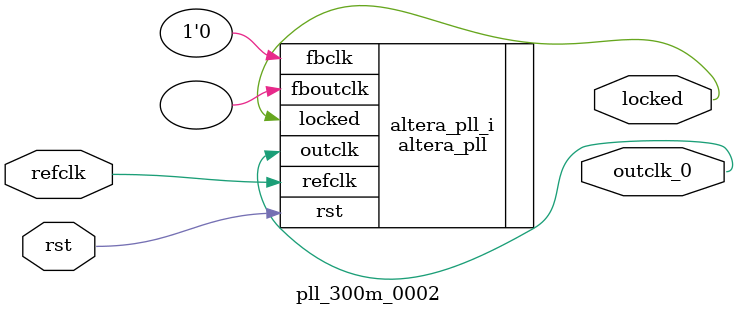
<source format=v>
`timescale 1ns/10ps
module  pll_300m_0002(

	// interface 'refclk'
	input wire refclk,

	// interface 'reset'
	input wire rst,

	// interface 'outclk0'
	output wire outclk_0,

	// interface 'locked'
	output wire locked
);

	altera_pll #(
		.fractional_vco_multiplier("false"),
		.reference_clock_frequency("50.0 MHz"),
		.operation_mode("direct"),
		.number_of_clocks(1),
		.output_clock_frequency0("300.000000 MHz"),
		.phase_shift0("0 ps"),
		.duty_cycle0(50),
		.output_clock_frequency1("0 MHz"),
		.phase_shift1("0 ps"),
		.duty_cycle1(50),
		.output_clock_frequency2("0 MHz"),
		.phase_shift2("0 ps"),
		.duty_cycle2(50),
		.output_clock_frequency3("0 MHz"),
		.phase_shift3("0 ps"),
		.duty_cycle3(50),
		.output_clock_frequency4("0 MHz"),
		.phase_shift4("0 ps"),
		.duty_cycle4(50),
		.output_clock_frequency5("0 MHz"),
		.phase_shift5("0 ps"),
		.duty_cycle5(50),
		.output_clock_frequency6("0 MHz"),
		.phase_shift6("0 ps"),
		.duty_cycle6(50),
		.output_clock_frequency7("0 MHz"),
		.phase_shift7("0 ps"),
		.duty_cycle7(50),
		.output_clock_frequency8("0 MHz"),
		.phase_shift8("0 ps"),
		.duty_cycle8(50),
		.output_clock_frequency9("0 MHz"),
		.phase_shift9("0 ps"),
		.duty_cycle9(50),
		.output_clock_frequency10("0 MHz"),
		.phase_shift10("0 ps"),
		.duty_cycle10(50),
		.output_clock_frequency11("0 MHz"),
		.phase_shift11("0 ps"),
		.duty_cycle11(50),
		.output_clock_frequency12("0 MHz"),
		.phase_shift12("0 ps"),
		.duty_cycle12(50),
		.output_clock_frequency13("0 MHz"),
		.phase_shift13("0 ps"),
		.duty_cycle13(50),
		.output_clock_frequency14("0 MHz"),
		.phase_shift14("0 ps"),
		.duty_cycle14(50),
		.output_clock_frequency15("0 MHz"),
		.phase_shift15("0 ps"),
		.duty_cycle15(50),
		.output_clock_frequency16("0 MHz"),
		.phase_shift16("0 ps"),
		.duty_cycle16(50),
		.output_clock_frequency17("0 MHz"),
		.phase_shift17("0 ps"),
		.duty_cycle17(50),
		.pll_type("General"),
		.pll_subtype("General")
	) altera_pll_i (
		.rst	(rst),
		.outclk	({outclk_0}),
		.locked	(locked),
		.fboutclk	( ),
		.fbclk	(1'b0),
		.refclk	(refclk)
	);
endmodule


</source>
